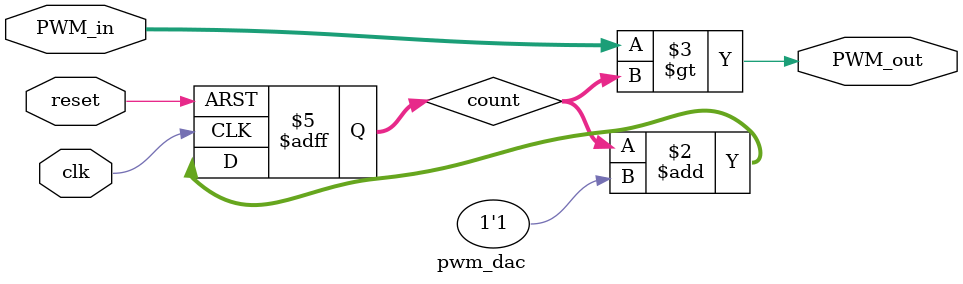
<source format=v>
module pwm_dac
   #(parameter N=32)
   (
    input clk, reset,
    input [N-1:0] PWM_in,
    output PWM_out
   );

reg [N-1:0] count = 0; //initial value
always @(posedge clk or posedge reset) begin
   if (reset)
	count <= 0;
   else
	count <= count + 1'b1;  // free-running counter
end
assign PWM_out = (PWM_in > count);  // comparator
endmodule

</source>
